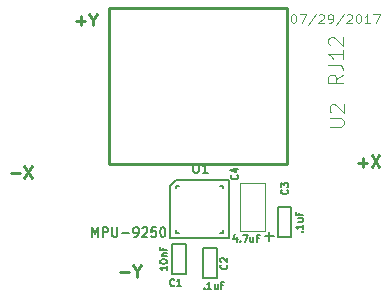
<source format=gto>
G04 #@! TF.FileFunction,Legend,Top*
%FSLAX46Y46*%
G04 Gerber Fmt 4.6, Leading zero omitted, Abs format (unit mm)*
G04 Created by KiCad (PCBNEW 4.0.6-e0-6349~53~ubuntu16.04.1) date Sat Jul 29 16:25:42 2017*
%MOMM*%
%LPD*%
G01*
G04 APERTURE LIST*
%ADD10C,0.150000*%
%ADD11C,0.125000*%
%ADD12C,0.250000*%
%ADD13C,0.254000*%
%ADD14C,0.149860*%
%ADD15C,0.200660*%
%ADD16C,0.127000*%
%ADD17C,0.099060*%
%ADD18C,0.200000*%
G04 APERTURE END LIST*
D10*
D11*
X159957142Y-92516667D02*
X160033333Y-92516667D01*
X160109523Y-92550000D01*
X160147618Y-92583333D01*
X160185714Y-92650000D01*
X160223809Y-92783333D01*
X160223809Y-92950000D01*
X160185714Y-93083333D01*
X160147618Y-93150000D01*
X160109523Y-93183333D01*
X160033333Y-93216667D01*
X159957142Y-93216667D01*
X159880952Y-93183333D01*
X159842856Y-93150000D01*
X159804761Y-93083333D01*
X159766666Y-92950000D01*
X159766666Y-92783333D01*
X159804761Y-92650000D01*
X159842856Y-92583333D01*
X159880952Y-92550000D01*
X159957142Y-92516667D01*
X160490476Y-92516667D02*
X161023809Y-92516667D01*
X160680952Y-93216667D01*
X161900000Y-92483333D02*
X161214285Y-93383333D01*
X162128571Y-92583333D02*
X162166666Y-92550000D01*
X162242857Y-92516667D01*
X162433333Y-92516667D01*
X162509523Y-92550000D01*
X162547619Y-92583333D01*
X162585714Y-92650000D01*
X162585714Y-92716667D01*
X162547619Y-92816667D01*
X162090476Y-93216667D01*
X162585714Y-93216667D01*
X162966666Y-93216667D02*
X163119047Y-93216667D01*
X163195238Y-93183333D01*
X163233333Y-93150000D01*
X163309524Y-93050000D01*
X163347619Y-92916667D01*
X163347619Y-92650000D01*
X163309524Y-92583333D01*
X163271428Y-92550000D01*
X163195238Y-92516667D01*
X163042857Y-92516667D01*
X162966666Y-92550000D01*
X162928571Y-92583333D01*
X162890476Y-92650000D01*
X162890476Y-92816667D01*
X162928571Y-92883333D01*
X162966666Y-92916667D01*
X163042857Y-92950000D01*
X163195238Y-92950000D01*
X163271428Y-92916667D01*
X163309524Y-92883333D01*
X163347619Y-92816667D01*
X164261905Y-92483333D02*
X163576190Y-93383333D01*
X164490476Y-92583333D02*
X164528571Y-92550000D01*
X164604762Y-92516667D01*
X164795238Y-92516667D01*
X164871428Y-92550000D01*
X164909524Y-92583333D01*
X164947619Y-92650000D01*
X164947619Y-92716667D01*
X164909524Y-92816667D01*
X164452381Y-93216667D01*
X164947619Y-93216667D01*
X165442857Y-92516667D02*
X165519048Y-92516667D01*
X165595238Y-92550000D01*
X165633333Y-92583333D01*
X165671429Y-92650000D01*
X165709524Y-92783333D01*
X165709524Y-92950000D01*
X165671429Y-93083333D01*
X165633333Y-93150000D01*
X165595238Y-93183333D01*
X165519048Y-93216667D01*
X165442857Y-93216667D01*
X165366667Y-93183333D01*
X165328571Y-93150000D01*
X165290476Y-93083333D01*
X165252381Y-92950000D01*
X165252381Y-92783333D01*
X165290476Y-92650000D01*
X165328571Y-92583333D01*
X165366667Y-92550000D01*
X165442857Y-92516667D01*
X166471429Y-93216667D02*
X166014286Y-93216667D01*
X166242857Y-93216667D02*
X166242857Y-92516667D01*
X166166667Y-92616667D01*
X166090476Y-92683333D01*
X166014286Y-92716667D01*
X166738096Y-92516667D02*
X167271429Y-92516667D01*
X166928572Y-93216667D01*
D12*
X136042857Y-105971429D02*
X136804762Y-105971429D01*
X137185714Y-105352381D02*
X137852381Y-106352381D01*
X137852381Y-105352381D02*
X137185714Y-106352381D01*
X145290476Y-114371429D02*
X146052381Y-114371429D01*
X146719047Y-114276190D02*
X146719047Y-114752381D01*
X146385714Y-113752381D02*
X146719047Y-114276190D01*
X147052381Y-113752381D01*
X165442857Y-105071429D02*
X166204762Y-105071429D01*
X165823810Y-105452381D02*
X165823810Y-104690476D01*
X166585714Y-104452381D02*
X167252381Y-105452381D01*
X167252381Y-104452381D02*
X166585714Y-105452381D01*
X141590476Y-93071429D02*
X142352381Y-93071429D01*
X141971429Y-93452381D02*
X141971429Y-92690476D01*
X143019047Y-92976190D02*
X143019047Y-93452381D01*
X142685714Y-92452381D02*
X143019047Y-92976190D01*
X143352381Y-92452381D01*
D13*
X159440000Y-91995000D02*
X159440000Y-105205000D01*
X159440000Y-105205000D02*
X144360000Y-105205000D01*
X144360000Y-105205000D02*
X144360000Y-91995000D01*
X144360000Y-91995000D02*
X159440000Y-91995000D01*
D14*
X150008640Y-106510800D02*
X154489200Y-106510800D01*
X149510800Y-107008640D02*
X149510800Y-111489200D01*
X149510800Y-107008640D02*
X150008640Y-106510800D01*
D15*
X150008640Y-107257560D02*
X150008640Y-107008640D01*
X150008640Y-107008640D02*
X150257560Y-107008640D01*
X150257560Y-110991360D02*
X150008640Y-110991360D01*
X150008640Y-110991360D02*
X150008640Y-110742440D01*
X153991360Y-110742440D02*
X153991360Y-110991360D01*
X153991360Y-110991360D02*
X153742440Y-110991360D01*
X153742440Y-107008640D02*
X153991360Y-107008640D01*
X153991360Y-107008640D02*
X153991360Y-107257560D01*
D14*
X154489200Y-111489200D02*
X149510800Y-111489200D01*
X154489200Y-106510800D02*
X154489200Y-111489200D01*
D16*
X158630000Y-111350000D02*
X158630000Y-108850000D01*
X158630000Y-108830000D02*
X159770000Y-108830000D01*
X159770000Y-108850000D02*
X159770000Y-111350000D01*
X159770000Y-111370000D02*
X158630000Y-111370000D01*
X153470000Y-112350000D02*
X153470000Y-114850000D01*
X153470000Y-114870000D02*
X152330000Y-114870000D01*
X152330000Y-114850000D02*
X152330000Y-112350000D01*
X152330000Y-112330000D02*
X153470000Y-112330000D01*
X150870000Y-111950000D02*
X150870000Y-114450000D01*
X150870000Y-114470000D02*
X149730000Y-114470000D01*
X149730000Y-114450000D02*
X149730000Y-111950000D01*
X149730000Y-111930000D02*
X150870000Y-111930000D01*
D17*
X157557560Y-106800000D02*
X157557560Y-110800000D01*
X157550000Y-110851840D02*
X155450000Y-110851840D01*
X155447040Y-110800000D02*
X155447040Y-106800000D01*
X155450000Y-106753240D02*
X157550000Y-106753240D01*
X163042857Y-102014286D02*
X164014286Y-102014286D01*
X164128571Y-101957143D01*
X164185714Y-101900000D01*
X164242857Y-101785714D01*
X164242857Y-101557143D01*
X164185714Y-101442857D01*
X164128571Y-101385714D01*
X164014286Y-101328571D01*
X163042857Y-101328571D01*
X163157143Y-100814286D02*
X163100000Y-100757143D01*
X163042857Y-100642857D01*
X163042857Y-100357143D01*
X163100000Y-100242857D01*
X163157143Y-100185714D01*
X163271429Y-100128571D01*
X163385714Y-100128571D01*
X163557143Y-100185714D01*
X164242857Y-100871428D01*
X164242857Y-100128571D01*
X164142857Y-97628571D02*
X163571429Y-98028571D01*
X164142857Y-98314286D02*
X162942857Y-98314286D01*
X162942857Y-97857143D01*
X163000000Y-97742857D01*
X163057143Y-97685714D01*
X163171429Y-97628571D01*
X163342857Y-97628571D01*
X163457143Y-97685714D01*
X163514286Y-97742857D01*
X163571429Y-97857143D01*
X163571429Y-98314286D01*
X162942857Y-96771429D02*
X163800000Y-96771429D01*
X163971429Y-96828571D01*
X164085714Y-96942857D01*
X164142857Y-97114286D01*
X164142857Y-97228571D01*
X164142857Y-95571428D02*
X164142857Y-96257143D01*
X164142857Y-95914285D02*
X162942857Y-95914285D01*
X163114286Y-96028571D01*
X163228571Y-96142857D01*
X163285714Y-96257143D01*
X163057143Y-95114286D02*
X163000000Y-95057143D01*
X162942857Y-94942857D01*
X162942857Y-94657143D01*
X163000000Y-94542857D01*
X163057143Y-94485714D01*
X163171429Y-94428571D01*
X163285714Y-94428571D01*
X163457143Y-94485714D01*
X164142857Y-95171428D01*
X164142857Y-94428571D01*
D18*
X151490476Y-105136905D02*
X151490476Y-105784524D01*
X151528571Y-105860714D01*
X151566667Y-105898810D01*
X151642857Y-105936905D01*
X151795238Y-105936905D01*
X151871429Y-105898810D01*
X151909524Y-105860714D01*
X151947619Y-105784524D01*
X151947619Y-105136905D01*
X152747619Y-105936905D02*
X152290476Y-105936905D01*
X152519047Y-105936905D02*
X152519047Y-105136905D01*
X152442857Y-105251190D01*
X152366666Y-105327381D01*
X152290476Y-105365476D01*
X142895238Y-111361905D02*
X142895238Y-110561905D01*
X143161905Y-111133333D01*
X143428572Y-110561905D01*
X143428572Y-111361905D01*
X143809524Y-111361905D02*
X143809524Y-110561905D01*
X144114286Y-110561905D01*
X144190477Y-110600000D01*
X144228572Y-110638095D01*
X144266667Y-110714286D01*
X144266667Y-110828571D01*
X144228572Y-110904762D01*
X144190477Y-110942857D01*
X144114286Y-110980952D01*
X143809524Y-110980952D01*
X144609524Y-110561905D02*
X144609524Y-111209524D01*
X144647619Y-111285714D01*
X144685715Y-111323810D01*
X144761905Y-111361905D01*
X144914286Y-111361905D01*
X144990477Y-111323810D01*
X145028572Y-111285714D01*
X145066667Y-111209524D01*
X145066667Y-110561905D01*
X145447619Y-111057143D02*
X146057143Y-111057143D01*
X146476190Y-111361905D02*
X146628571Y-111361905D01*
X146704762Y-111323810D01*
X146742857Y-111285714D01*
X146819048Y-111171429D01*
X146857143Y-111019048D01*
X146857143Y-110714286D01*
X146819048Y-110638095D01*
X146780952Y-110600000D01*
X146704762Y-110561905D01*
X146552381Y-110561905D01*
X146476190Y-110600000D01*
X146438095Y-110638095D01*
X146400000Y-110714286D01*
X146400000Y-110904762D01*
X146438095Y-110980952D01*
X146476190Y-111019048D01*
X146552381Y-111057143D01*
X146704762Y-111057143D01*
X146780952Y-111019048D01*
X146819048Y-110980952D01*
X146857143Y-110904762D01*
X147161905Y-110638095D02*
X147200000Y-110600000D01*
X147276191Y-110561905D01*
X147466667Y-110561905D01*
X147542857Y-110600000D01*
X147580953Y-110638095D01*
X147619048Y-110714286D01*
X147619048Y-110790476D01*
X147580953Y-110904762D01*
X147123810Y-111361905D01*
X147619048Y-111361905D01*
X148342858Y-110561905D02*
X147961905Y-110561905D01*
X147923810Y-110942857D01*
X147961905Y-110904762D01*
X148038096Y-110866667D01*
X148228572Y-110866667D01*
X148304762Y-110904762D01*
X148342858Y-110942857D01*
X148380953Y-111019048D01*
X148380953Y-111209524D01*
X148342858Y-111285714D01*
X148304762Y-111323810D01*
X148228572Y-111361905D01*
X148038096Y-111361905D01*
X147961905Y-111323810D01*
X147923810Y-111285714D01*
X148876191Y-110561905D02*
X148952382Y-110561905D01*
X149028572Y-110600000D01*
X149066667Y-110638095D01*
X149104763Y-110714286D01*
X149142858Y-110866667D01*
X149142858Y-111057143D01*
X149104763Y-111209524D01*
X149066667Y-111285714D01*
X149028572Y-111323810D01*
X148952382Y-111361905D01*
X148876191Y-111361905D01*
X148800001Y-111323810D01*
X148761905Y-111285714D01*
X148723810Y-111209524D01*
X148685715Y-111057143D01*
X148685715Y-110866667D01*
X148723810Y-110714286D01*
X148761905Y-110638095D01*
X148800001Y-110600000D01*
X148876191Y-110561905D01*
D10*
X159464286Y-107350000D02*
X159492857Y-107378571D01*
X159521429Y-107464285D01*
X159521429Y-107521428D01*
X159492857Y-107607143D01*
X159435714Y-107664285D01*
X159378571Y-107692857D01*
X159264286Y-107721428D01*
X159178571Y-107721428D01*
X159064286Y-107692857D01*
X159007143Y-107664285D01*
X158950000Y-107607143D01*
X158921429Y-107521428D01*
X158921429Y-107464285D01*
X158950000Y-107378571D01*
X158978571Y-107350000D01*
X158921429Y-107150000D02*
X158921429Y-106778571D01*
X159150000Y-106978571D01*
X159150000Y-106892857D01*
X159178571Y-106835714D01*
X159207143Y-106807143D01*
X159264286Y-106778571D01*
X159407143Y-106778571D01*
X159464286Y-106807143D01*
X159492857Y-106835714D01*
X159521429Y-106892857D01*
X159521429Y-107064285D01*
X159492857Y-107121428D01*
X159464286Y-107150000D01*
X160714286Y-110914286D02*
X160742857Y-110885714D01*
X160771429Y-110914286D01*
X160742857Y-110942857D01*
X160714286Y-110914286D01*
X160771429Y-110914286D01*
X160771429Y-110314286D02*
X160771429Y-110657143D01*
X160771429Y-110485715D02*
X160171429Y-110485715D01*
X160257143Y-110542858D01*
X160314286Y-110600000D01*
X160342857Y-110657143D01*
X160371429Y-109800000D02*
X160771429Y-109800000D01*
X160371429Y-110057143D02*
X160685714Y-110057143D01*
X160742857Y-110028571D01*
X160771429Y-109971429D01*
X160771429Y-109885714D01*
X160742857Y-109828571D01*
X160714286Y-109800000D01*
X160457143Y-109314286D02*
X160457143Y-109514286D01*
X160771429Y-109514286D02*
X160171429Y-109514286D01*
X160171429Y-109228572D01*
X154314286Y-113700000D02*
X154342857Y-113728571D01*
X154371429Y-113814285D01*
X154371429Y-113871428D01*
X154342857Y-113957143D01*
X154285714Y-114014285D01*
X154228571Y-114042857D01*
X154114286Y-114071428D01*
X154028571Y-114071428D01*
X153914286Y-114042857D01*
X153857143Y-114014285D01*
X153800000Y-113957143D01*
X153771429Y-113871428D01*
X153771429Y-113814285D01*
X153800000Y-113728571D01*
X153828571Y-113700000D01*
X153828571Y-113471428D02*
X153800000Y-113442857D01*
X153771429Y-113385714D01*
X153771429Y-113242857D01*
X153800000Y-113185714D01*
X153828571Y-113157143D01*
X153885714Y-113128571D01*
X153942857Y-113128571D01*
X154028571Y-113157143D01*
X154371429Y-113500000D01*
X154371429Y-113128571D01*
X152435714Y-115714286D02*
X152464286Y-115742857D01*
X152435714Y-115771429D01*
X152407143Y-115742857D01*
X152435714Y-115714286D01*
X152435714Y-115771429D01*
X153035714Y-115771429D02*
X152692857Y-115771429D01*
X152864285Y-115771429D02*
X152864285Y-115171429D01*
X152807142Y-115257143D01*
X152750000Y-115314286D01*
X152692857Y-115342857D01*
X153550000Y-115371429D02*
X153550000Y-115771429D01*
X153292857Y-115371429D02*
X153292857Y-115685714D01*
X153321429Y-115742857D01*
X153378571Y-115771429D01*
X153464286Y-115771429D01*
X153521429Y-115742857D01*
X153550000Y-115714286D01*
X154035714Y-115457143D02*
X153835714Y-115457143D01*
X153835714Y-115771429D02*
X153835714Y-115171429D01*
X154121428Y-115171429D01*
X149900000Y-115464286D02*
X149871429Y-115492857D01*
X149785715Y-115521429D01*
X149728572Y-115521429D01*
X149642857Y-115492857D01*
X149585715Y-115435714D01*
X149557143Y-115378571D01*
X149528572Y-115264286D01*
X149528572Y-115178571D01*
X149557143Y-115064286D01*
X149585715Y-115007143D01*
X149642857Y-114950000D01*
X149728572Y-114921429D01*
X149785715Y-114921429D01*
X149871429Y-114950000D01*
X149900000Y-114978571D01*
X150471429Y-115521429D02*
X150128572Y-115521429D01*
X150300000Y-115521429D02*
X150300000Y-114921429D01*
X150242857Y-115007143D01*
X150185715Y-115064286D01*
X150128572Y-115092857D01*
X149271429Y-113842857D02*
X149271429Y-114185714D01*
X149271429Y-114014286D02*
X148671429Y-114014286D01*
X148757143Y-114071429D01*
X148814286Y-114128571D01*
X148842857Y-114185714D01*
X148671429Y-113471428D02*
X148671429Y-113414285D01*
X148700000Y-113357142D01*
X148728571Y-113328571D01*
X148785714Y-113300000D01*
X148900000Y-113271428D01*
X149042857Y-113271428D01*
X149157143Y-113300000D01*
X149214286Y-113328571D01*
X149242857Y-113357142D01*
X149271429Y-113414285D01*
X149271429Y-113471428D01*
X149242857Y-113528571D01*
X149214286Y-113557142D01*
X149157143Y-113585714D01*
X149042857Y-113614285D01*
X148900000Y-113614285D01*
X148785714Y-113585714D01*
X148728571Y-113557142D01*
X148700000Y-113528571D01*
X148671429Y-113471428D01*
X148871429Y-113014285D02*
X149271429Y-113014285D01*
X148928571Y-113014285D02*
X148900000Y-112985713D01*
X148871429Y-112928571D01*
X148871429Y-112842856D01*
X148900000Y-112785713D01*
X148957143Y-112757142D01*
X149271429Y-112757142D01*
X148957143Y-112271428D02*
X148957143Y-112471428D01*
X149271429Y-112471428D02*
X148671429Y-112471428D01*
X148671429Y-112185714D01*
X155214286Y-106100000D02*
X155242857Y-106128571D01*
X155271429Y-106214285D01*
X155271429Y-106271428D01*
X155242857Y-106357143D01*
X155185714Y-106414285D01*
X155128571Y-106442857D01*
X155014286Y-106471428D01*
X154928571Y-106471428D01*
X154814286Y-106442857D01*
X154757143Y-106414285D01*
X154700000Y-106357143D01*
X154671429Y-106271428D01*
X154671429Y-106214285D01*
X154700000Y-106128571D01*
X154728571Y-106100000D01*
X154871429Y-105585714D02*
X155271429Y-105585714D01*
X154642857Y-105728571D02*
X155071429Y-105871428D01*
X155071429Y-105500000D01*
X155157143Y-111371429D02*
X155157143Y-111771429D01*
X155014286Y-111142857D02*
X154871429Y-111571429D01*
X155242857Y-111571429D01*
X155471429Y-111714286D02*
X155500001Y-111742857D01*
X155471429Y-111771429D01*
X155442858Y-111742857D01*
X155471429Y-111714286D01*
X155471429Y-111771429D01*
X155700000Y-111171429D02*
X156100000Y-111171429D01*
X155842857Y-111771429D01*
X156585715Y-111371429D02*
X156585715Y-111771429D01*
X156328572Y-111371429D02*
X156328572Y-111685714D01*
X156357144Y-111742857D01*
X156414286Y-111771429D01*
X156500001Y-111771429D01*
X156557144Y-111742857D01*
X156585715Y-111714286D01*
X157071429Y-111457143D02*
X156871429Y-111457143D01*
X156871429Y-111771429D02*
X156871429Y-111171429D01*
X157157143Y-111171429D01*
X157921429Y-111680952D02*
X157921429Y-110919047D01*
X158302381Y-111299999D02*
X157540476Y-111299999D01*
M02*

</source>
